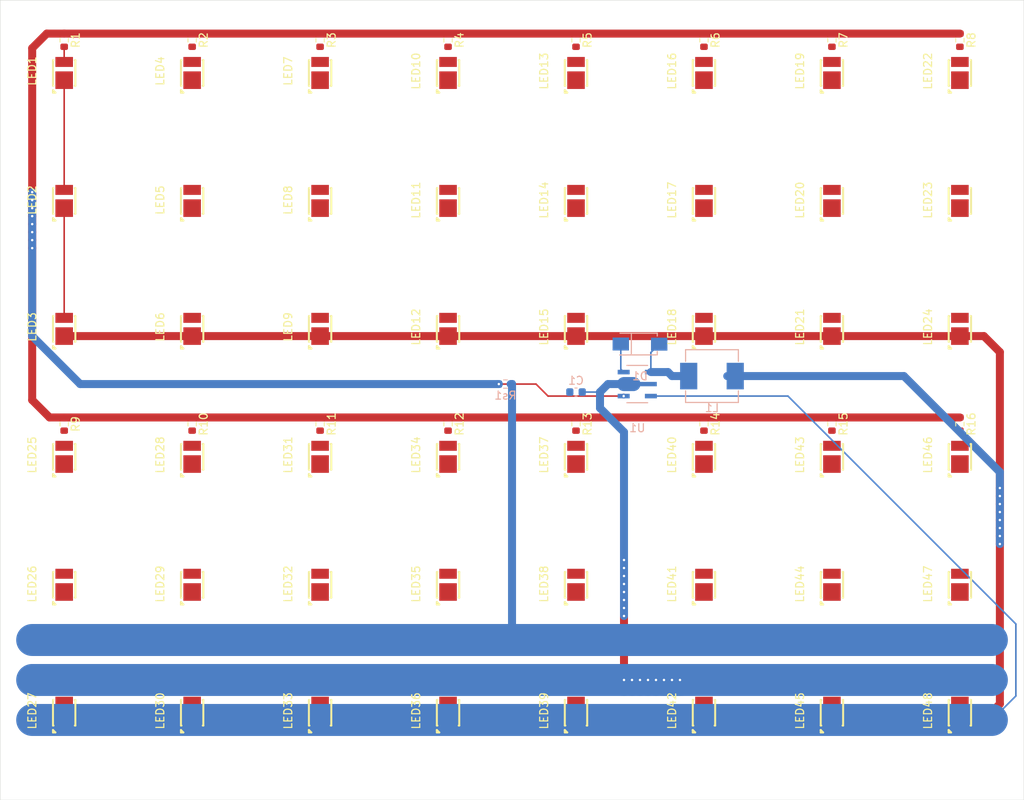
<source format=kicad_pcb>
(kicad_pcb (version 20241229) (generator "pcbnew") (generator_version "9.0")
  (layers (0 "F.Cu" signal) (2 "B.Cu" signal) (13 "F.Paste" user) (15 "B.Paste" user) (5 "F.SilkS" user "F.Silkscreen") (7 "B.SilkS" user "B.Silkscreen") (1 "F.Mask" user) (3 "B.Mask" user) (25 "Edge.Cuts" user))
  (net 0 "")
  (net 1 "12V")
  (net 2 "GND")
  (net 3 "Net-(D1-A)")
  (net 4 "/led_string1/out")
  (net 5 "Net-(LED1-A)")
  (net 6 "Net-(LED1-K)")
  (net 7 "Net-(LED2-K)")
  (net 8 "Net-(LED4-K)")
  (net 9 "Net-(LED4-A)")
  (net 10 "Net-(LED5-K)")
  (net 11 "Net-(LED7-K)")
  (net 12 "Net-(LED7-A)")
  (net 13 "Net-(LED8-K)")
  (net 14 "Net-(LED10-K)")
  (net 15 "Net-(LED10-A)")
  (net 16 "Net-(LED11-K)")
  (net 17 "Net-(LED13-A)")
  (net 18 "Net-(LED13-K)")
  (net 19 "Net-(LED14-K)")
  (net 20 "Net-(LED16-K)")
  (net 21 "Net-(LED16-A)")
  (net 22 "Net-(LED17-K)")
  (net 23 "Net-(LED19-A)")
  (net 24 "Net-(LED19-K)")
  (net 25 "Net-(LED20-K)")
  (net 26 "Net-(LED22-A)")
  (net 27 "Net-(LED22-K)")
  (net 28 "Net-(LED23-K)")
  (net 29 "Net-(LED25-A)")
  (net 30 "Net-(LED25-K)")
  (net 31 "Net-(LED26-K)")
  (net 32 "Net-(LED28-A)")
  (net 33 "Net-(LED28-K)")
  (net 34 "Net-(LED29-K)")
  (net 35 "Net-(LED31-A)")
  (net 36 "Net-(LED31-K)")
  (net 37 "Net-(LED32-K)")
  (net 38 "Net-(LED34-A)")
  (net 39 "Net-(LED34-K)")
  (net 40 "Net-(LED35-K)")
  (net 41 "Net-(LED37-K)")
  (net 42 "Net-(LED37-A)")
  (net 43 "Net-(LED38-K)")
  (net 44 "Net-(LED40-A)")
  (net 45 "Net-(LED40-K)")
  (net 46 "Net-(LED41-K)")
  (net 47 "Net-(LED43-A)")
  (net 48 "Net-(LED43-K)")
  (net 49 "Net-(LED44-K)")
  (net 50 "Net-(LED46-A)")
  (net 51 "Net-(LED46-K)")
  (net 52 "Net-(LED47-K)")
  (net 53 "/led_string1/in")
  (net 54 "/DIM")
  (footprint "Resistor_SMD:R_0603_1608Metric" (layer "F.Cu") (at 174 55 -90)
    (property "Reference" "R6" (at 0 -1.43 90) (layer "F.SilkS"))
    (property "Value" "1R")
    (pad "1" smd roundrect (at -0.825 0 270) (size 0.8 0.95) (layers "F.Cu" "F.Mask" "F.Paste") (net 53 "/led_string1/in"))
    (pad "2" smd roundrect (at 0.825 0 270) (size 0.8 0.95) (layers "F.Cu" "F.Mask" "F.Paste") (net 21 "Net-(LED16-A)"))
  )
  (footprint "Resistor_SMD:R_0603_1608Metric" (layer "F.Cu") (at 206 103 -90)
    (property "Reference" "R16" (at 0 -1.43 90) (layer "F.SilkS"))
    (property "Value" "1R")
    (pad "1" smd roundrect (at -0.825 0 270) (size 0.8 0.95) (layers "F.Cu" "F.Mask" "F.Paste") (net 53 "/led_string1/in"))
    (pad "2" smd roundrect (at 0.825 0 270) (size 0.8 0.95) (layers "F.Cu" "F.Mask" "F.Paste") (net 50 "Net-(LED46-A)"))
  )
  (footprint "easyeda2kicad:LED-SMD_L3.5-W2.8-RD_1.25T-2PWT" (layer "F.Cu") (at 110 58.86 90)
    (property "Reference" "LED4" (at 0 -4 90) (layer "F.SilkS"))
    (property "Value" "XL-2835UWC-02")
    (pad "1" smd rect (at -1.14 0 270) (size 2.2 2.2) (layers "F.Cu" "F.Mask" "F.Paste") (net 8 "Net-(LED4-K)"))
    (pad "2" smd rect (at 1.14 0 270) (size 1.25 2.2) (layers "F.Cu" "F.Mask" "F.Paste") (net 9 "Net-(LED4-A)"))
  )
  (footprint "Resistor_SMD:R_0603_1608Metric" (layer "F.Cu") (at 158 103 -90)
    (property "Reference" "R13" (at 0 -1.43 90) (layer "F.SilkS"))
    (property "Value" "1R")
    (pad "1" smd roundrect (at -0.825 0 270) (size 0.8 0.95) (layers "F.Cu" "F.Mask" "F.Paste") (net 53 "/led_string1/in"))
    (pad "2" smd roundrect (at 0.825 0 270) (size 0.8 0.95) (layers "F.Cu" "F.Mask" "F.Paste") (net 42 "Net-(LED37-A)"))
  )
  (footprint "easyeda2kicad:LED-SMD_L3.5-W2.8-RD_1.25T-2PWT" (layer "F.Cu") (at 206 106.86 90)
    (property "Reference" "LED46" (at 0 -4 90) (layer "F.SilkS"))
    (property "Value" "XL-2835UWC-02")
    (pad "1" smd rect (at -1.14 0 270) (size 2.2 2.2) (layers "F.Cu" "F.Mask" "F.Paste") (net 51 "Net-(LED46-K)"))
    (pad "2" smd rect (at 1.14 0 270) (size 1.25 2.2) (layers "F.Cu" "F.Mask" "F.Paste") (net 50 "Net-(LED46-A)"))
  )
  (footprint "easyeda2kicad:LED-SMD_L3.5-W2.8-RD_1.25T-2PWT" (layer "F.Cu") (at 174 74.86 90)
    (property "Reference" "LED17" (at -0.14 -4 90) (layer "F.SilkS"))
    (property "Value" "XL-2835UWC-02")
    (pad "1" smd rect (at -1.14 0 270) (size 2.2 2.2) (layers "F.Cu" "F.Mask" "F.Paste") (net 22 "Net-(LED17-K)"))
    (pad "2" smd rect (at 1.14 0 270) (size 1.25 2.2) (layers "F.Cu" "F.Mask" "F.Paste") (net 20 "Net-(LED16-K)"))
  )
  (footprint "easyeda2kicad:LED-SMD_L3.5-W2.8-RD_1.25T-2PWT" (layer "F.Cu") (at 110 74.86 90)
    (property "Reference" "LED5" (at -0.14 -4 90) (layer "F.SilkS"))
    (property "Value" "XL-2835UWC-02")
    (pad "1" smd rect (at -1.14 0 270) (size 2.2 2.2) (layers "F.Cu" "F.Mask" "F.Paste") (net 10 "Net-(LED5-K)"))
    (pad "2" smd rect (at 1.14 0 270) (size 1.25 2.2) (layers "F.Cu" "F.Mask" "F.Paste") (net 8 "Net-(LED4-K)"))
  )
  (footprint "Resistor_SMD:R_0603_1608Metric" (layer "F.Cu") (at 158 55 -90)
    (property "Reference" "R5" (at 0 -1.43 90) (layer "F.SilkS"))
    (property "Value" "1R")
    (pad "1" smd roundrect (at -0.825 0 270) (size 0.8 0.95) (layers "F.Cu" "F.Mask" "F.Paste") (net 53 "/led_string1/in"))
    (pad "2" smd roundrect (at 0.825 0 270) (size 0.8 0.95) (layers "F.Cu" "F.Mask" "F.Paste") (net 17 "Net-(LED13-A)"))
  )
  (footprint "easyeda2kicad:LED-SMD_L3.5-W2.8-RD_1.25T-2PWT" (layer "F.Cu") (at 206 74.86 90)
    (property "Reference" "LED23" (at -0.14 -4 90) (layer "F.SilkS"))
    (property "Value" "XL-2835UWC-02")
    (pad "1" smd rect (at -1.14 0 270) (size 2.2 2.2) (layers "F.Cu" "F.Mask" "F.Paste") (net 28 "Net-(LED23-K)"))
    (pad "2" smd rect (at 1.14 0 270) (size 1.25 2.2) (layers "F.Cu" "F.Mask" "F.Paste") (net 27 "Net-(LED22-K)"))
  )
  (footprint "easyeda2kicad:LED-SMD_L3.5-W2.8-RD_1.25T-2PWT" (layer "F.Cu") (at 190 90.86 90)
    (property "Reference" "LED21" (at 0 -4 90) (layer "F.SilkS"))
    (property "Value" "XL-2835UWC-02")
    (pad "1" smd rect (at -1.14 0 270) (size 2.2 2.2) (layers "F.Cu" "F.Mask" "F.Paste") (net 4 "/led_string1/out"))
    (pad "2" smd rect (at 1.14 0 270) (size 1.25 2.2) (layers "F.Cu" "F.Mask" "F.Paste") (net 25 "Net-(LED20-K)"))
  )
  (footprint "easyeda2kicad:LED-SMD_L3.5-W2.8-RD_1.25T-2PWT" (layer "F.Cu") (at 94 138.86 90)
    (property "Reference" "LED27" (at 0 -4 90) (layer "F.SilkS"))
    (property "Value" "XL-2835UWC-02")
    (pad "1" smd rect (at -1.14 0 270) (size 2.2 2.2) (layers "F.Cu" "F.Mask" "F.Paste") (net 4 "/led_string1/out"))
    (pad "2" smd rect (at 1.14 0 270) (size 1.25 2.2) (layers "F.Cu" "F.Mask" "F.Paste") (net 31 "Net-(LED26-K)"))
  )
  (footprint "easyeda2kicad:LED-SMD_L3.5-W2.8-RD_1.25T-2PWT" (layer "F.Cu") (at 174 106.86 90)
    (property "Reference" "LED40" (at 0 -4 90) (layer "F.SilkS"))
    (property "Value" "XL-2835UWC-02")
    (pad "1" smd rect (at -1.14 0 270) (size 2.2 2.2) (layers "F.Cu" "F.Mask" "F.Paste") (net 45 "Net-(LED40-K)"))
    (pad "2" smd rect (at 1.14 0 270) (size 1.25 2.2) (layers "F.Cu" "F.Mask" "F.Paste") (net 44 "Net-(LED40-A)"))
  )
  (footprint "easyeda2kicad:LED-SMD_L3.5-W2.8-RD_1.25T-2PWT" (layer "F.Cu") (at 158 74.86 90)
    (property "Reference" "LED14" (at -0.14 -4 90) (layer "F.SilkS"))
    (property "Value" "XL-2835UWC-02")
    (pad "1" smd rect (at -1.14 0 270) (size 2.2 2.2) (layers "F.Cu" "F.Mask" "F.Paste") (net 19 "Net-(LED14-K)"))
    (pad "2" smd rect (at 1.14 0 270) (size 1.25 2.2) (layers "F.Cu" "F.Mask" "F.Paste") (net 18 "Net-(LED13-K)"))
  )
  (footprint "easyeda2kicad:LED-SMD_L3.5-W2.8-RD_1.25T-2PWT" (layer "F.Cu") (at 206 90.86 90)
    (property "Reference" "LED24" (at 0 -4 90) (layer "F.SilkS"))
    (property "Value" "XL-2835UWC-02")
    (pad "1" smd rect (at -1.14 0 270) (size 2.2 2.2) (layers "F.Cu" "F.Mask" "F.Paste") (net 4 "/led_string1/out"))
    (pad "2" smd rect (at 1.14 0 270) (size 1.25 2.2) (layers "F.Cu" "F.Mask" "F.Paste") (net 28 "Net-(LED23-K)"))
  )
  (footprint "Resistor_SMD:R_0603_1608Metric" (layer "F.Cu") (at 94 103 -90)
    (property "Reference" "R9" (at 0 -1.43 90) (layer "F.SilkS"))
    (property "Value" "1R")
    (pad "1" smd roundrect (at -0.825 0 270) (size 0.8 0.95) (layers "F.Cu" "F.Mask" "F.Paste") (net 53 "/led_string1/in"))
    (pad "2" smd roundrect (at 0.825 0 270) (size 0.8 0.95) (layers "F.Cu" "F.Mask" "F.Paste") (net 29 "Net-(LED25-A)"))
  )
  (footprint "easyeda2kicad:LED-SMD_L3.5-W2.8-RD_1.25T-2PWT" (layer "F.Cu") (at 94 74.86 90)
    (property "Reference" "LED2" (at -0.14 -4 90) (layer "F.SilkS"))
    (property "Value" "XL-2835UWC-02")
    (pad "1" smd rect (at -1.14 0 270) (size 2.2 2.2) (layers "F.Cu" "F.Mask" "F.Paste") (net 7 "Net-(LED2-K)"))
    (pad "2" smd rect (at 1.14 0 270) (size 1.25 2.2) (layers "F.Cu" "F.Mask" "F.Paste") (net 6 "Net-(LED1-K)"))
  )
  (footprint "easyeda2kicad:LED-SMD_L3.5-W2.8-RD_1.25T-2PWT" (layer "F.Cu") (at 126 106.86 90)
    (property "Reference" "LED31" (at 0 -4 90) (layer "F.SilkS"))
    (property "Value" "XL-2835UWC-02")
    (pad "1" smd rect (at -1.14 0 270) (size 2.2 2.2) (layers "F.Cu" "F.Mask" "F.Paste") (net 36 "Net-(LED31-K)"))
    (pad "2" smd rect (at 1.14 0 270) (size 1.25 2.2) (layers "F.Cu" "F.Mask" "F.Paste") (net 35 "Net-(LED31-A)"))
  )
  (footprint "easyeda2kicad:LED-SMD_L3.5-W2.8-RD_1.25T-2PWT" (layer "F.Cu") (at 126 74.86 90)
    (property "Reference" "LED8" (at -0.14 -4 90) (layer "F.SilkS"))
    (property "Value" "XL-2835UWC-02")
    (pad "1" smd rect (at -1.14 0 270) (size 2.2 2.2) (layers "F.Cu" "F.Mask" "F.Paste") (net 13 "Net-(LED8-K)"))
    (pad "2" smd rect (at 1.14 0 270) (size 1.25 2.2) (layers "F.Cu" "F.Mask" "F.Paste") (net 11 "Net-(LED7-K)"))
  )
  (footprint "easyeda2kicad:LED-SMD_L3.5-W2.8-RD_1.25T-2PWT" (layer "F.Cu") (at 126 90.86 90)
    (property "Reference" "LED9" (at 0 -4 90) (layer "F.SilkS"))
    (property "Value" "XL-2835UWC-02")
    (pad "1" smd rect (at -1.14 0 270) (size 2.2 2.2) (layers "F.Cu" "F.Mask" "F.Paste") (net 4 "/led_string1/out"))
    (pad "2" smd rect (at 1.14 0 270) (size 1.25 2.2) (layers "F.Cu" "F.Mask" "F.Paste") (net 13 "Net-(LED8-K)"))
  )
  (footprint "easyeda2kicad:LED-SMD_L3.5-W2.8-RD_1.25T-2PWT" (layer "F.Cu") (at 206 122.86 90)
    (property "Reference" "LED47" (at -0.14 -4 90) (layer "F.SilkS"))
    (property "Value" "XL-2835UWC-02")
    (pad "1" smd rect (at -1.14 0 270) (size 2.2 2.2) (layers "F.Cu" "F.Mask" "F.Paste") (net 52 "Net-(LED47-K)"))
    (pad "2" smd rect (at 1.14 0 270) (size 1.25 2.2) (layers "F.Cu" "F.Mask" "F.Paste") (net 51 "Net-(LED46-K)"))
  )
  (footprint "Resistor_SMD:R_0603_1608Metric" (layer "F.Cu") (at 110 103 -90)
    (property "Reference" "R10" (at 0 -1.43 90) (layer "F.SilkS"))
    (property "Value" "1R")
    (pad "1" smd roundrect (at -0.825 0 270) (size 0.8 0.95) (layers "F.Cu" "F.Mask" "F.Paste") (net 53 "/led_string1/in"))
    (pad "2" smd roundrect (at 0.825 0 270) (size 0.8 0.95) (layers "F.Cu" "F.Mask" "F.Paste") (net 32 "Net-(LED28-A)"))
  )
  (footprint "easyeda2kicad:LED-SMD_L3.5-W2.8-RD_1.25T-2PWT" (layer "F.Cu") (at 126 58.86 90)
    (property "Reference" "LED7" (at 0 -4 90) (layer "F.SilkS"))
    (property "Value" "XL-2835UWC-02")
    (pad "1" smd rect (at -1.14 0 270) (size 2.2 2.2) (layers "F.Cu" "F.Mask" "F.Paste") (net 11 "Net-(LED7-K)"))
    (pad "2" smd rect (at 1.14 0 270) (size 1.25 2.2) (layers "F.Cu" "F.Mask" "F.Paste") (net 12 "Net-(LED7-A)"))
  )
  (footprint "easyeda2kicad:LED-SMD_L3.5-W2.8-RD_1.25T-2PWT" (layer "F.Cu") (at 158 106.86 90)
    (property "Reference" "LED37" (at 0 -4 90) (layer "F.SilkS"))
    (property "Value" "XL-2835UWC-02")
    (pad "1" smd rect (at -1.14 0 270) (size 2.2 2.2) (layers "F.Cu" "F.Mask" "F.Paste") (net 41 "Net-(LED37-K)"))
    (pad "2" smd rect (at 1.14 0 270) (size 1.25 2.2) (layers "F.Cu" "F.Mask" "F.Paste") (net 42 "Net-(LED37-A)"))
  )
  (footprint "easyeda2kicad:LED-SMD_L3.5-W2.8-RD_1.25T-2PWT" (layer "F.Cu") (at 110 90.86 90)
    (property "Reference" "LED6" (at 0 -4 90) (layer "F.SilkS"))
    (property "Value" "XL-2835UWC-02")
    (pad "1" smd rect (at -1.14 0 270) (size 2.2 2.2) (layers "F.Cu" "F.Mask" "F.Paste") (net 4 "/led_string1/out"))
    (pad "2" smd rect (at 1.14 0 270) (size 1.25 2.2) (layers "F.Cu" "F.Mask" "F.Paste") (net 10 "Net-(LED5-K)"))
  )
  (footprint "easyeda2kicad:LED-SMD_L3.5-W2.8-RD_1.25T-2PWT" (layer "F.Cu") (at 158 90.86 90)
    (property "Reference" "LED15" (at 0 -4 90) (layer "F.SilkS"))
    (property "Value" "XL-2835UWC-02")
    (pad "1" smd rect (at -1.14 0 270) (size 2.2 2.2) (layers "F.Cu" "F.Mask" "F.Paste") (net 4 "/led_string1/out"))
    (pad "2" smd rect (at 1.14 0 270) (size 1.25 2.2) (layers "F.Cu" "F.Mask" "F.Paste") (net 19 "Net-(LED14-K)"))
  )
  (footprint "easyeda2kicad:LED-SMD_L3.5-W2.8-RD_1.25T-2PWT" (layer "F.Cu") (at 94 106.86 90)
    (property "Reference" "LED25" (at 0 -4 90) (layer "F.SilkS"))
    (property "Value" "XL-2835UWC-02")
    (pad "1" smd rect (at -1.14 0 270) (size 2.2 2.2) (layers "F.Cu" "F.Mask" "F.Paste") (net 30 "Net-(LED25-K)"))
    (pad "2" smd rect (at 1.14 0 270) (size 1.25 2.2) (layers "F.Cu" "F.Mask" "F.Paste") (net 29 "Net-(LED25-A)"))
  )
  (footprint "Resistor_SMD:R_0603_1608Metric" (layer "F.Cu") (at 174 103 -90)
    (property "Reference" "R14" (at 0 -1.43 90) (layer "F.SilkS"))
    (property "Value" "1R")
    (pad "1" smd roundrect (at -0.825 0 270) (size 0.8 0.95) (layers "F.Cu" "F.Mask" "F.Paste") (net 53 "/led_string1/in"))
    (pad "2" smd roundrect (at 0.825 0 270) (size 0.8 0.95) (layers "F.Cu" "F.Mask" "F.Paste") (net 44 "Net-(LED40-A)"))
  )
  (footprint "easyeda2kicad:LED-SMD_L3.5-W2.8-RD_1.25T-2PWT" (layer "F.Cu") (at 110 122.86 90)
    (property "Reference" "LED29" (at -0.14 -4 90) (layer "F.SilkS"))
    (property "Value" "XL-2835UWC-02")
    (pad "1" smd rect (at -1.14 0 270) (size 2.2 2.2) (layers "F.Cu" "F.Mask" "F.Paste") (net 34 "Net-(LED29-K)"))
    (pad "2" smd rect (at 1.14 0 270) (size 1.25 2.2) (layers "F.Cu" "F.Mask" "F.Paste") (net 33 "Net-(LED28-K)"))
  )
  (footprint "easyeda2kicad:LED-SMD_L3.5-W2.8-RD_1.25T-2PWT" (layer "F.Cu") (at 126 122.86 90)
    (property "Reference" "LED32" (at -0.14 -4 90) (layer "F.SilkS"))
    (property "Value" "XL-2835UWC-02")
    (pad "1" smd rect (at -1.14 0 270) (size 2.2 2.2) (layers "F.Cu" "F.Mask" "F.Paste") (net 37 "Net-(LED32-K)"))
    (pad "2" smd rect (at 1.14 0 270) (size 1.25 2.2) (layers "F.Cu" "F.Mask" "F.Paste") (net 36 "Net-(LED31-K)"))
  )
  (footprint "easyeda2kicad:LED-SMD_L3.5-W2.8-RD_1.25T-2PWT" (layer "F.Cu") (at 190 122.86 90)
    (property "Reference" "LED44" (at -0.14 -4 90) (layer "F.SilkS"))
    (property "Value" "XL-2835UWC-02")
    (pad "1" smd rect (at -1.14 0 270) (size 2.2 2.2) (layers "F.Cu" "F.Mask" "F.Paste") (net 49 "Net-(LED44-K)"))
    (pad "2" smd rect (at 1.14 0 270) (size 1.25 2.2) (layers "F.Cu" "F.Mask" "F.Paste") (net 48 "Net-(LED43-K)"))
  )
  (footprint "Resistor_SMD:R_0603_1608Metric" (layer "F.Cu") (at 142 103 -90)
    (property "Reference" "R12" (at 0 -1.43 90) (layer "F.SilkS"))
    (property "Value" "1R")
    (pad "1" smd roundrect (at -0.825 0 270) (size 0.8 0.95) (layers "F.Cu" "F.Mask" "F.Paste") (net 53 "/led_string1/in"))
    (pad "2" smd roundrect (at 0.825 0 270) (size 0.8 0.95) (layers "F.Cu" "F.Mask" "F.Paste") (net 38 "Net-(LED34-A)"))
  )
  (footprint "easyeda2kicad:LED-SMD_L3.5-W2.8-RD_1.25T-2PWT" (layer "F.Cu") (at 174 90.86 90)
    (property "Reference" "LED18" (at 0 -4 90) (layer "F.SilkS"))
    (property "Value" "XL-2835UWC-02")
    (pad "1" smd rect (at -1.14 0 270) (size 2.2 2.2) (layers "F.Cu" "F.Mask" "F.Paste") (net 4 "/led_string1/out"))
    (pad "2" smd rect (at 1.14 0 270) (size 1.25 2.2) (layers "F.Cu" "F.Mask" "F.Paste") (net 22 "Net-(LED17-K)"))
  )
  (footprint "easyeda2kicad:LED-SMD_L3.5-W2.8-RD_1.25T-2PWT" (layer "F.Cu") (at 142 138.86 90)
    (property "Reference" "LED36" (at 0 -4 90) (layer "F.SilkS"))
    (property "Value" "XL-2835UWC-02")
    (pad "1" smd rect (at -1.14 0 270) (size 2.2 2.2) (layers "F.Cu" "F.Mask" "F.Paste") (net 4 "/led_string1/out"))
    (pad "2" smd rect (at 1.14 0 270) (size 1.25 2.2) (layers "F.Cu" "F.Mask" "F.Paste") (net 40 "Net-(LED35-K)"))
  )
  (footprint "Resistor_SMD:R_0603_1608Metric" (layer "F.Cu") (at 126 103 -90)
    (property "Reference" "R11" (at 0 -1.43 90) (layer "F.SilkS"))
    (property "Value" "1R")
    (pad "1" smd roundrect (at -0.825 0 270) (size 0.8 0.95) (layers "F.Cu" "F.Mask" "F.Paste") (net 53 "/led_string1/in"))
    (pad "2" smd roundrect (at 0.825 0 270) (size 0.8 0.95) (layers "F.Cu" "F.Mask" "F.Paste") (net 35 "Net-(LED31-A)"))
  )
  (footprint "Resistor_SMD:R_0603_1608Metric" (layer "F.Cu") (at 206 55 -90)
    (property "Reference" "R8" (at 0 -1.43 90) (layer "F.SilkS"))
    (property "Value" "1R")
    (pad "1" smd roundrect (at -0.825 0 270) (size 0.8 0.95) (layers "F.Cu" "F.Mask" "F.Paste") (net 53 "/led_string1/in"))
    (pad "2" smd roundrect (at 0.825 0 270) (size 0.8 0.95) (layers "F.Cu" "F.Mask" "F.Paste") (net 26 "Net-(LED22-A)"))
  )
  (footprint "easyeda2kicad:LED-SMD_L3.5-W2.8-RD_1.25T-2PWT" (layer "F.Cu") (at 174 58.86 90)
    (property "Reference" "LED16" (at 0 -4 90) (layer "F.SilkS"))
    (property "Value" "XL-2835UWC-02")
    (pad "1" smd rect (at -1.14 0 270) (size 2.2 2.2) (layers "F.Cu" "F.Mask" "F.Paste") (net 20 "Net-(LED16-K)"))
    (pad "2" smd rect (at 1.14 0 270) (size 1.25 2.2) (layers "F.Cu" "F.Mask" "F.Paste") (net 21 "Net-(LED16-A)"))
  )
  (footprint "easyeda2kicad:LED-SMD_L3.5-W2.8-RD_1.25T-2PWT" (layer "F.Cu") (at 174 122.86 90)
    (property "Reference" "LED41" (at -0.14 -4 90) (layer "F.SilkS"))
    (property "Value" "XL-2835UWC-02")
    (pad "1" smd rect (at -1.14 0 270) (size 2.2 2.2) (layers "F.Cu" "F.Mask" "F.Paste") (net 46 "Net-(LED41-K)"))
    (pad "2" smd rect (at 1.14 0 270) (size 1.25 2.2) (layers "F.Cu" "F.Mask" "F.Paste") (net 45 "Net-(LED40-K)"))
  )
  (footprint "easyeda2kicad:LED-SMD_L3.5-W2.8-RD_1.25T-2PWT" (layer "F.Cu") (at 126 138.86 90)
    (property "Reference" "LED33" (at 0 -4 90) (layer "F.SilkS"))
    (property "Value" "XL-2835UWC-02")
    (pad "1" smd rect (at -1.14 0 270) (size 2.2 2.2) (layers "F.Cu" "F.Mask" "F.Paste") (net 4 "/led_string1/out"))
    (pad "2" smd rect (at 1.14 0 270) (size 1.25 2.2) (layers "F.Cu" "F.Mask" "F.Paste") (net 37 "Net-(LED32-K)"))
  )
  (footprint "Resistor_SMD:R_0603_1608Metric" (layer "F.Cu") (at 142 55 -90)
    (property "Reference" "R4" (at 0 -1.43 90) (layer "F.SilkS"))
    (property "Value" "1R")
    (pad "1" smd roundrect (at -0.825 0 270) (size 0.8 0.95) (layers "F.Cu" "F.Mask" "F.Paste") (net 53 "/led_string1/in"))
    (pad "2" smd roundrect (at 0.825 0 270) (size 0.8 0.95) (layers "F.Cu" "F.Mask" "F.Paste") (net 15 "Net-(LED10-A)"))
  )
  (footprint "easyeda2kicad:LED-SMD_L3.5-W2.8-RD_1.25T-2PWT" (layer "F.Cu") (at 158 138.86 90)
    (property "Reference" "LED39" (at 0 -4 90) (layer "F.SilkS"))
    (property "Value" "XL-2835UWC-02")
    (pad "1" smd rect (at -1.14 0 270) (size 2.2 2.2) (layers "F.Cu" "F.Mask" "F.Paste") (net 4 "/led_string1/out"))
    (pad "2" smd rect (at 1.14 0 270) (size 1.25 2.2) (layers "F.Cu" "F.Mask" "F.Paste") (net 43 "Net-(LED38-K)"))
  )
  (footprint "easyeda2kicad:LED-SMD_L3.5-W2.8-RD_1.25T-2PWT" (layer "F.Cu") (at 158 122.86 90)
    (property "Reference" "LED38" (at -0.14 -4 90) (layer "F.SilkS"))
    (property "Value" "XL-2835UWC-02")
    (pad "1" smd rect (at -1.14 0 270) (size 2.2 2.2) (layers "F.Cu" "F.Mask" "F.Paste") (net 43 "Net-(LED38-K)"))
    (pad "2" smd rect (at 1.14 0 270) (size 1.25 2.2) (layers "F.Cu" "F.Mask" "F.Paste") (net 41 "Net-(LED37-K)"))
  )
  (footprint "easyeda2kicad:LED-SMD_L3.5-W2.8-RD_1.25T-2PWT" (layer "F.Cu") (at 206 138.86 90)
    (property "Reference" "LED48" (at 0 -4 90) (layer "F.SilkS"))
    (property "Value" "XL-2835UWC-02")
    (pad "1" smd rect (at -1.14 0 270) (size 2.2 2.2) (layers "F.Cu" "F.Mask" "F.Paste") (net 4 "/led_string1/out"))
    (pad "2" smd rect (at 1.14 0 270) (size 1.25 2.2) (layers "F.Cu" "F.Mask" "F.Paste") (net 52 "Net-(LED47-K)"))
  )
  (footprint "Resistor_SMD:R_0603_1608Metric" (layer "F.Cu") (at 190 103 -90)
    (property "Reference" "R15" (at 0 -1.43 90) (layer "F.SilkS"))
    (property "Value" "1R")
    (pad "1" smd roundrect (at -0.825 0 270) (size 0.8 0.95) (layers "F.Cu" "F.Mask" "F.Paste") (net 53 "/led_string1/in"))
    (pad "2" smd roundrect (at 0.825 0 270) (size 0.8 0.95) (layers "F.Cu" "F.Mask" "F.Paste") (net 47 "Net-(LED43-A)"))
  )
  (footprint "easyeda2kicad:LED-SMD_L3.5-W2.8-RD_1.25T-2PWT" (layer "F.Cu") (at 110 106.86 90)
    (property "Reference" "LED28" (at 0 -4 90) (layer "F.SilkS"))
    (property "Value" "XL-2835UWC-02")
    (pad "1" smd rect (at -1.14 0 270) (size 2.2 2.2) (layers "F.Cu" "F.Mask" "F.Paste") (net 33 "Net-(LED28-K)"))
    (pad "2" smd rect (at 1.14 0 270) (size 1.25 2.2) (layers "F.Cu" "F.Mask" "F.Paste") (net 32 "Net-(LED28-A)"))
  )
  (footprint "easyeda2kicad:LED-SMD_L3.5-W2.8-RD_1.25T-2PWT" (layer "F.Cu") (at 94 58.86 90)
    (property "Reference" "LED1" (at 0 -4 90) (layer "F.SilkS"))
    (property "Value" "XL-2835UWC-02")
    (pad "1" smd rect (at -1.14 0 270) (size 2.2 2.2) (layers "F.Cu" "F.Mask" "F.Paste") (net 6 "Net-(LED1-K)"))
    (pad "2" smd rect (at 1.14 0 270) (size 1.25 2.2) (layers "F.Cu" "F.Mask" "F.Paste") (net 5 "Net-(LED1-A)"))
  )
  (footprint "easyeda2kicad:LED-SMD_L3.5-W2.8-RD_1.25T-2PWT" (layer "F.Cu") (at 142 122.86 90)
    (property "Reference" "LED35" (at -0.14 -4 90) (layer "F.SilkS"))
    (property "Value" "XL-2835UWC-02")
    (pad "1" smd rect (at -1.14 0 270) (size 2.2 2.2) (layers "F.Cu" "F.Mask" "F.Paste") (net 40 "Net-(LED35-K)"))
    (pad "2" smd rect (at 1.14 0 270) (size 1.25 2.2) (layers "F.Cu" "F.Mask" "F.Paste") (net 39 "Net-(LED34-K)"))
  )
  (footprint "easyeda2kicad:LED-SMD_L3.5-W2.8-RD_1.25T-2PWT" (layer "F.Cu") (at 142 58.86 90)
    (property "Reference" "LED10" (at 0 -4 90) (layer "F.SilkS"))
    (property "Value" "XL-2835UWC-02")
    (pad "1" smd rect (at -1.14 0 270) (size 2.2 2.2) (layers "F.Cu" "F.Mask" "F.Paste") (net 14 "Net-(LED10-K)"))
    (pad "2" smd rect (at 1.14 0 270) (size 1.25 2.2) (layers "F.Cu" "F.Mask" "F.Paste") (net 15 "Net-(LED10-A)"))
  )
  (footprint "easyeda2kicad:LED-SMD_L3.5-W2.8-RD_1.25T-2PWT" (layer "F.Cu") (at 110 138.86 90)
    (property "Reference" "LED30" (at 0 -4 90) (layer "F.SilkS"))
    (property "Value" "XL-2835UWC-02")
    (pad "1" smd rect (at -1.14 0 270) (size 2.2 2.2) (layers "F.Cu" "F.Mask" "F.Paste") (net 4 "/led_string1/out"))
    (pad "2" smd rect (at 1.14 0 270) (size 1.25 2.2) (layers "F.Cu" "F.Mask" "F.Paste") (net 34 "Net-(LED29-K)"))
  )
  (footprint "easyeda2kicad:LED-SMD_L3.5-W2.8-RD_1.25T-2PWT" (layer "F.Cu") (at 174 138.86 90)
    (property "Reference" "LED42" (at 0 -4 90) (layer "F.SilkS"))
    (property "Value" "XL-2835UWC-02")
    (pad "1" smd rect (at -1.14 0 270) (size 2.2 2.2) (layers "F.Cu" "F.Mask" "F.Paste") (net 4 "/led_string1/out"))
    (pad "2" smd rect (at 1.14 0 270) (size 1.25 2.2) (layers "F.Cu" "F.Mask" "F.Paste") (net 46 "Net-(LED41-K)"))
  )
  (footprint "easyeda2kicad:LED-SMD_L3.5-W2.8-RD_1.25T-2PWT" (layer "F.Cu") (at 94 122.86 90)
    (property "Reference" "LED26" (at -0.14 -4 90) (layer "F.SilkS"))
    (property "Value" "XL-2835UWC-02")
    (pad "1" smd rect (at -1.14 0 270) (size 2.2 2.2) (layers "F.Cu" "F.Mask" "F.Paste") (net 31 "Net-(LED26-K)"))
    (pad "2" smd rect (at 1.14 0 270) (size 1.25 2.2) (layers "F.Cu" "F.Mask" "F.Paste") (net 30 "Net-(LED25-K)"))
  )
  (footprint "Resistor_SMD:R_0603_1608Metric" (layer "F.Cu") (at 126 55 -90)
    (property "Reference" "R3" (at 0 -1.43 90) (layer "F.SilkS"))
    (property "Value" "1R")
    (pad "1" smd roundrect (at -0.825 0 270) (size 0.8 0.95) (layers "F.Cu" "F.Mask" "F.Paste") (net 53 "/led_string1/in"))
    (pad "2" smd roundrect (at 0.825 0 270) (size 0.8 0.95) (layers "F.Cu" "F.Mask" "F.Paste") (net 12 "Net-(LED7-A)"))
  )
  (footprint "easyeda2kicad:LED-SMD_L3.5-W2.8-RD_1.25T-2PWT" (layer "F.Cu") (at 190 106.86 90)
    (property "Reference" "LED43" (at 0 -4 90) (layer "F.SilkS"))
    (property "Value" "XL-2835UWC-02")
    (pad "1" smd rect (at -1.14 0 270) (size 2.2 2.2) (layers "F.Cu" "F.Mask" "F.Paste") (net 48 "Net-(LED43-K)"))
    (pad "2" smd rect (at 1.14 0 270) (size 1.25 2.2) (layers "F.Cu" "F.Mask" "F.Paste") (net 47 "Net-(LED43-A)"))
  )
  (footprint "easyeda2kicad:LED-SMD_L3.5-W2.8-RD_1.25T-2PWT" (layer "F.Cu") (at 142 74.86 90)
    (property "Reference" "LED11" (at -0.14 -4 90) (layer "F.SilkS"))
    (property "Value" "XL-2835UWC-02")
    (pad "1" smd rect (at -1.14 0 270) (size 2.2 2.2) (layers "F.Cu" "F.Mask" "F.Paste") (net 16 "Net-(LED11-K)"))
    (pad "2" smd rect (at 1.14 0 270) (size 1.25 2.2) (layers "F.Cu" "F.Mask" "F.Paste") (net 14 "Net-(LED10-K)"))
  )
  (footprint "easyeda2kicad:LED-SMD_L3.5-W2.8-RD_1.25T-2PWT" (layer "F.Cu") (at 158 58.86 90)
    (property "Reference" "LED13" (at 0 -4 90) (layer "F.SilkS"))
    (property "Value" "XL-2835UWC-02")
    (pad "1" smd rect (at -1.14 0 270) (size 2.2 2.2) (layers "F.Cu" "F.Mask" "F.Paste") (net 18 "Net-(LED13-K)"))
    (pad "2" smd rect (at 1.14 0 270) (size 1.25 2.2) (layers "F.Cu" "F.Mask" "F.Paste") (net 17 "Net-(LED13-A)"))
  )
  (footprint "easyeda2kicad:LED-SMD_L3.5-W2.8-RD_1.25T-2PWT" (layer "F.Cu") (at 190 138.86 90)
    (property "Reference" "LED45" (at 0 -4 90) (layer "F.SilkS"))
    (property "Value" "XL-2835UWC-02")
    (pad "1" smd rect (at -1.14 0 270) (size 2.2 2.2) (layers "F.Cu" "F.Mask" "F.Paste") (net 4 "/led_string1/out"))
    (pad "2" smd rect (at 1.14 0 270) (size 1.25 2.2) (layers "F.Cu" "F.Mask" "F.Paste") (net 49 "Net-(LED44-K)"))
  )
  (footprint "easyeda2kicad:LED-SMD_L3.5-W2.8-RD_1.25T-2PWT" (layer "F.Cu") (at 142 106.86 90)
    (property "Reference" "LED34" (at 0 -4 90) (layer "F.SilkS"))
    (property "Value" "XL-2835UWC-02")
    (pad "1" smd rect (at -1.14 0 270) (size 2.2 2.2) (layers "F.Cu" "F.Mask" "F.Paste") (net 39 "Net-(LED34-K)"))
    (pad "2" smd rect (at 1.14 0 270) (size 1.25 2.2) (layers "F.Cu" "F.Mask" "F.Paste") (net 38 "Net-(LED34-A)"))
  )
  (footprint "easyeda2kicad:LED-SMD_L3.5-W2.8-RD_1.25T-2PWT" (layer "F.Cu") (at 190 74.86 90)
    (property "Reference" "LED20" (at -0.14 -4 90) (layer "F.SilkS"))
    (property "Value" "XL-2835UWC-02")
    (pad "1" smd rect (at -1.14 0 270) (size 2.2 2.2) (layers "F.Cu" "F.Mask" "F.Paste") (net 25 "Net-(LED20-K)"))
    (pad "2" smd rect (at 1.14 0 270) (size 1.25 2.2) (layers "F.Cu" "F.Mask" "F.Paste") (net 24 "Net-(LED19-K)"))
  )
  (footprint "easyeda2kicad:LED-SMD_L3.5-W2.8-RD_1.25T-2PWT" (layer "F.Cu") (at 142 90.86 90)
    (property "Reference" "LED12" (at 0 -4 90) (layer "F.SilkS"))
    (property "Value" "XL-2835UWC-02")
    (pad "1" smd rect (at -1.14 0 270) (size 2.2 2.2) (layers "F.Cu" "F.Mask" "F.Paste") (net 4 "/led_string1/out"))
    (pad "2" smd rect (at 1.14 0 270) (size 1.25 2.2) (layers "F.Cu" "F.Mask" "F.Paste") (net 16 "Net-(LED11-K)"))
  )
  (footprint "Resistor_SMD:R_0603_1608Metric" (layer "F.Cu") (at 94 55 -90)
    (property "Reference" "R1" (at 0 -1.43 90) (layer "F.SilkS"))
    (property "Value" "1R")
    (pad "1" smd roundrect (at -0.825 0 270) (size 0.8 0.95) (layers "F.Cu" "F.Mask" "F.Paste") (net 53 "/led_string1/in"))
    (pad "2" smd roundrect (at 0.825 0 270) (size 0.8 0.95) (layers "F.Cu" "F.Mask" "F.Paste") (net 5 "Net-(LED1-A)"))
  )
  (footprint "Resistor_SMD:R_0603_1608Metric" (layer "F.Cu") (at 190 55 -90)
    (property "Reference" "R7" (at 0 -1.43 90) (layer "F.SilkS"))
    (property "Value" "1R")
    (pad "1" smd roundrect (at -0.825 0 270) (size 0.8 0.95) (layers "F.Cu" "F.Mask" "F.Paste") (net 53 "/led_string1/in"))
    (pad "2" smd roundrect (at 0.825 0 270) (size 0.8 0.95) (layers "F.Cu" "F.Mask" "F.Paste") (net 23 "Net-(LED19-A)"))
  )
  (footprint "easyeda2kicad:LED-SMD_L3.5-W2.8-RD_1.25T-2PWT" (layer "F.Cu") (at 94 90.86 90)
    (property "Reference" "LED3" (at 0 -4 90) (layer "F.SilkS"))
    (property "Value" "XL-2835UWC-02")
    (pad "1" smd rect (at -1.14 0 270) (size 2.2 2.2) (layers "F.Cu" "F.Mask" "F.Paste") (net 4 "/led_string1/out"))
    (pad "2" smd rect (at 1.14 0 270) (size 1.25 2.2) (layers "F.Cu" "F.Mask" "F.Paste") (net 7 "Net-(LED2-K)"))
  )
  (footprint "easyeda2kicad:LED-SMD_L3.5-W2.8-RD_1.25T-2PWT" (layer "F.Cu") (at 190 58.86 90)
    (property "Reference" "LED19" (at 0 -4 90) (layer "F.SilkS"))
    (property "Value" "XL-2835UWC-02")
    (pad "1" smd rect (at -1.14 0 270) (size 2.2 2.2) (layers "F.Cu" "F.Mask" "F.Paste") (net 24 "Net-(LED19-K)"))
    (pad "2" smd rect (at 1.14 0 270) (size 1.25 2.2) (layers "F.Cu" "F.Mask" "F.Paste") (net 23 "Net-(LED19-A)"))
  )
  (footprint "easyeda2kicad:LED-SMD_L3.5-W2.8-RD_1.25T-2PWT" (layer "F.Cu") (at 206 58.86 90)
    (property "Reference" "LED22" (at 0 -4 90) (layer "F.SilkS"))
    (property "Value" "XL-2835UWC-02")
    (pad "1" smd rect (at -1.14 0 270) (size 2.2 2.2) (layers "F.Cu" "F.Mask" "F.Paste") (net 27 "Net-(LED22-K)"))
    (pad "2" smd rect (at 1.14 0 270) (size 1.25 2.2) (layers "F.Cu" "F.Mask" "F.Paste") (net 26 "Net-(LED22-A)"))
  )
  (footprint "Resistor_SMD:R_0603_1608Metric" (layer "F.Cu") (at 110 55 -90)
    (property "Reference" "R2" (at 0 -1.43 90) (layer "F.SilkS"))
    (property "Value" "1R")
    (pad "1" smd roundrect (at -0.825 0 270) (size 0.8 0.95) (layers "F.Cu" "F.Mask" "F.Paste") (net 53 "/led_string1/in"))
    (pad "2" smd roundrect (at 0.825 0 270) (size 0.8 0.95) (layers "F.Cu" "F.Mask" "F.Paste") (net 9 "Net-(LED4-A)"))
  )
  (footprint "Resistor_SMD:R_0603_1608Metric" (layer "B.Cu") (at 149.175 98)
    (property "Reference" "Rs1" (at 0 1.43 0) (layer "B.SilkS") (effects (justify mirror)))
    (property "Value" "0R1")
    (pad "1" smd roundrect (at -0.825 0) (size 0.8 0.95) (layers "B.Cu" "B.Mask" "B.Paste") (net 53 "/led_string1/in"))
    (pad "2" smd roundrect (at 0.825 0) (size 0.8 0.95) (layers "B.Cu" "B.Mask" "B.Paste") (net 1 "12V"))
  )
  (footprint "Capacitor_SMD:C_0603_1608Metric" (layer "B.Cu") (at 158 99 180)
    (property "Reference" "C1" (at 0 1.43 0) (layer "B.SilkS") (effects (justify mirror)))
    (property "Value" "100uF")
    (pad "1" smd roundrect (at -0.775 0 180) (size 0.9 0.95) (layers "B.Cu" "B.Mask" "B.Paste") (net 2 "GND"))
    (pad "2" smd roundrect (at 0.775 0 180) (size 0.9 0.95) (layers "B.Cu" "B.Mask" "B.Paste") (net 1 "12V"))
  )
  (footprint "easyeda2kicad:SOT-89-5_L4.5-W2.5-P1.50-LS4.5-BR" (layer "B.Cu") (at 165.66 98)
    (property "Reference" "U1" (at 0 5.5 0) (layer "B.SilkS") (effects (justify mirror)))
    (property "Value" "PT4115")
    (pad "1" smd rect (at 1.7 -1.5) (size 1.5 0.57) (layers "B.Cu" "B.Mask" "B.Paste") (net 3 "Net-(D1-A)"))
    (pad "2" smd oval (at -1.07 0) (size 2.94 1.76) (layers "B.Cu" "B.Mask" "B.Paste") (net 2 "GND"))
    (pad "2" smd rect (at 1.34 0) (size 2.21 0.55) (layers "B.Cu" "B.Mask" "B.Paste") (net 2 "GND"))
    (pad "3" smd rect (at 1.7 1.5) (size 1.5 0.57) (layers "B.Cu" "B.Mask" "B.Paste") (net 54 "/DIM"))
    (pad "4" smd rect (at -1.7 1.5) (size 1.5 0.57) (layers "B.Cu" "B.Mask" "B.Paste") (net 53 "/led_string1/in"))
    (pad "5" smd rect (at -1.7 -1.5) (size 1.5 0.57) (layers "B.Cu" "B.Mask" "B.Paste") (net 1 "12V"))
  )
  (footprint "easyeda2kicad:IND-SMD_L7.1-W6.6" (layer "B.Cu") (at 175 97)
    (property "Reference" "L1" (at 0 4 0) (layer "B.SilkS") (effects (justify mirror)))
    (property "Value" "33uH")
    (pad "1" smd rect (at -2.91 0) (size 2.15 3.32) (layers "B.Cu" "B.Mask" "B.Paste") (net 3 "Net-(D1-A)"))
    (pad "2" smd rect (at 2.91 0) (size 2.15 3.32) (layers "B.Cu" "B.Mask" "B.Paste") (net 4 "/led_string1/out"))
  )
  (footprint "easyeda2kicad:SMA_L4.3-W2.6-LS5.0-RD" (layer "B.Cu") (at 166 93)
    (property "Reference" "D1" (at 0 4.01 0) (layer "B.SilkS") (effects (justify mirror)))
    (property "Value" "D_Schottky")
    (pad "1" smd rect (at -2.4 -0.01) (size 2.05 1.62) (layers "B.Cu" "B.Mask" "B.Paste") (net 1 "12V"))
    (pad "2" smd rect (at 2.4 0.01 180) (size 2.05 1.62) (layers "B.Cu" "B.Mask" "B.Paste") (net 3 "Net-(D1-A)"))
  )
  (gr_rect (start 86 50) (end 214 150) (stroke (width 0.05)) (fill no) (layer "Edge.Cuts"))
  (segment (start 150 98) (end 149.825 98) (width 1) (layer "B.Cu") (net 1))
  (segment (start 150 130) (end 210 130) (width 4) (layer "B.Cu") (net 1))
  (segment (start 150 130) (end 150 98) (width 1) (layer "B.Cu") (net 1))
  (segment (start 90 130) (end 150 130) (width 4) (layer "B.Cu") (net 1))
  (segment (start 163.6 96.14) (end 163.96 96.5) (width 0.2) (layer "B.Cu") (net 1))
  (segment (start 163.6 92.99) (end 163.6 96.14) (width 0.2) (layer "B.Cu") (net 1))
  (segment (start 164 126) (end 164 125) (width 1) (layer "F.Cu") (net 2))
  (segment (start 164 127) (end 164 126) (width 1) (layer "F.Cu") (net 2))
  (segment (start 171 135) (end 164 135) (width 1) (layer "F.Cu") (net 2))
  (segment (start 164 123) (end 164 122) (width 1) (layer "F.Cu") (net 2))
  (segment (start 164 135) (end 164 127) (width 1) (layer "F.Cu") (net 2))
  (segment (start 164 124) (end 164 123) (width 1) (layer "F.Cu") (net 2))
  (segment (start 164 122) (end 164 121) (width 1) (layer "F.Cu") (net 2))
  (segment (start 164 121) (end 164 120) (width 1) (layer "F.Cu") (net 2))
  (segment (start 164 125) (end 164 124) (width 1) (layer "F.Cu") (net 2))
  (via (at 164 126) (size 0.6) (drill 0.3) (layers "F.Cu" "B.Cu") (net 2))
  (via (at 165 135) (size 0.6) (drill 0.3) (layers "F.Cu" "B.Cu") (net 2))
  (via (at 164 125) (size 0.6) (drill 0.3) (layers "F.Cu" "B.Cu") (net 2))
  (via (at 166 135) (size 0.6) (drill 0.3) (layers "F.Cu" "B.Cu") (net 2))
  (via (at 171 135) (size 0.6) (drill 0.3) (layers "F.Cu" "B.Cu") (net 2))
  (via (at 164 127) (size 0.6) (drill 0.3) (layers "F.Cu" "B.Cu") (net 2))
  (via (at 168 135) (size 0.6) (drill 0.3) (layers "F.Cu" "B.Cu") (net 2))
  (via (at 164 122) (size 0.6) (drill 0.3) (layers "F.Cu" "B.Cu") (net 2))
  (via (at 164 124) (size 0.6) (drill 0.3) (layers "F.Cu" "B.Cu") (net 2))
  (via (at 170 135) (size 0.6) (drill 0.3) (layers "F.Cu" "B.Cu") (net 2))
  (via (at 169 135) (size 0.6) (drill 0.3) (layers "F.Cu" "B.Cu") (net 2))
  (via (at 164 135) (size 0.6) (drill 0.3) (layers "F.Cu" "B.Cu") (net 2))
  (via (at 167 135) (size 0.6) (drill 0.3) (layers "F.Cu" "B.Cu") (net 2))
  (via (at 164 120) (size 0.6) (drill 0.3) (layers "F.Cu" "B.Cu") (net 2))
  (via (at 164 123) (size 0.6) (drill 0.3) (layers "F.Cu" "B.Cu") (net 2))
  (via (at 164 121) (size 0.6) (drill 0.3) (layers "F.Cu" "B.Cu") (net 2))
  (segment (start 158.775 99) (end 161 99) (width 0.2) (layer "B.Cu") (net 2))
  (segment (start 90 135) (end 164 135) (width 4) (layer "B.Cu") (net 2))
  (segment (start 171 135) (end 210 135) (width 4) (layer "B.Cu") (net 2))
  (segment (start 161 99) (end 162 98) (width 1) (layer "B.Cu") (net 2))
  (segment (start 164 104) (end 161 101) (width 1) (layer "B.Cu") (net 2))
  (segment (start 164 135) (end 165 135) (width 4) (layer "B.Cu") (net 2))
  (segment (start 165 135) (end 166 135) (width 4) (layer "B.Cu") (net 2))
  (segment (start 166 135) (end 167 135) (width 4) (layer "B.Cu") (net 2))
  (segment (start 161 101) (end 161 99) (width 1) (layer "B.Cu") (net 2))
  (segment (start 162 98) (end 164.59 98) (width 1) (layer "B.Cu") (net 2))
  (segment (start 164 127) (end 164 104) (width 1) (layer "B.Cu") (net 2))
  (segment (start 169 135) (end 170 135) (width 4) (layer "B.Cu") (net 2))
  (segment (start 167 135) (end 168 135) (width 4) (layer "B.Cu") (net 2))
  (segment (start 170 135) (end 171 135) (width 4) (layer "B.Cu") (net 2))
  (segment (start 168 135) (end 169 135) (width 4) (layer "B.Cu") (net 2))
  (segment (start 167.36 94.05) (end 168.4 93.01) (width 0.2) (layer "B.Cu") (net 3))
  (segment (start 169.5 96.5) (end 167.36 96.5) (width 1) (layer "B.Cu") (net 3))
  (segment (start 167.36 96.5) (end 167.36 94.05) (width 0.2) (layer "B.Cu") (net 3))
  (segment (start 169.5 96.5) (end 170 97) (width 1) (layer "B.Cu") (net 3))
  (segment (start 170 97) (end 172.09 97) (width 1) (layer "B.Cu") (net 3))
  (segment (start 211 113) (end 211 114) (width 1) (layer "F.Cu") (net 4))
  (segment (start 211 114) (end 211 115) (width 1) (layer "F.Cu") (net 4))
  (segment (start 206 140) (end 94 140) (width 1) (layer "F.Cu") (net 4))
  (segment (start 211 112) (end 211 113) (width 1) (layer "F.Cu") (net 4))
  (segment (start 209 92) (end 211 94) (width 1) (layer "F.Cu") (net 4))
  (segment (start 206 92) (end 209 92) (width 1) (layer "F.Cu") (net 4))
  (segment (start 94 92) (end 206 92) (width 1) (layer "F.Cu") (net 4))
  (segment (start 211 111) (end 211 112) (width 1) (layer "F.Cu") (net 4))
  (segment (start 211 115) (end 211 116) (width 1) (layer "F.Cu") (net 4))
  (segment (start 211 117) (end 211 118) (width 1) (layer "F.Cu") (net 4))
  (segment (start 211 118) (end 211 138) (width 1) (layer "F.Cu") (net 4))
  (segment (start 211 94) (end 211 111) (width 1) (layer "F.Cu") (net 4))
  (segment (start 209 140) (end 206 140) (width 1) (layer "F.Cu") (net 4))
  (segment (start 211 116) (end 211 117) (width 1) (layer "F.Cu") (net 4))
  (segment (start 211 138) (end 209 140) (width 1) (layer "F.Cu") (net 4))
  (via (at 211 112) (size 0.6) (drill 0.3) (layers "F.Cu" "B.Cu") (net 4))
  (via (at 211 113) (size 0.6) (drill 0.3) (layers "F.Cu" "B.Cu") (net 4))
  (via (at 211 114) (size 0.6) (drill 0.3) (layers "F.Cu" "B.Cu") (net 4))
  (via (at 211 117) (size 0.6) (drill 0.3) (layers "F.Cu" "B.Cu") (net 4))
  (via (at 211 116) (size 0.6) (drill 0.3) (layers "F.Cu" "B.Cu") (net 4))
  (via (at 211 118) (size 0.6) (drill 0.3) (layers "F.Cu" "B.Cu") (net 4))
  (via (at 211 111) (size 0.6) (drill 0.3) (layers "F.Cu" "B.Cu") (net 4))
  (via (at 211 115) (size 0.6) (drill 0.3) (layers "F.Cu" "B.Cu") (net 4))
  (segment (start 211 118) (end 211 109) (width 1) (layer "B.Cu") (net 4))
  (segment (start 211 109) (end 199 97) (width 1) (layer "B.Cu") (net 4))
  (segment (start 199 97) (end 176.91 97) (width 1) (layer "B.Cu") (net 4))
  (segment (start 94 55.825) (end 94 57.72) (width 0.2) (layer "F.Cu") (net 5))
  (segment (start 94 60) (end 94 73.72) (width 0.2) (layer "F.Cu") (net 6))
  (segment (start 94 76) (end 94 89.72) (width 0.2) (layer "F.Cu") (net 7))
  (segment (start 90 81) (end 90 100) (width 1) (layer "F.Cu") (net 53))
  (segment (start 94 102.175) (end 206 102.175) (width 1) (layer "F.Cu") (net 53))
  (segment (start 90 75) (end 90 76) (width 1) (layer "F.Cu") (net 53))
  (segment (start 90 74) (end 90 75) (width 1) (layer "F.Cu") (net 53))
  (segment (start 90 56) (end 90 74) (width 1) (layer "F.Cu") (net 53))
  (segment (start 90 79) (end 90 80) (width 1) (layer "F.Cu") (net 53))
  (segment (start 163.96 99.5) (end 154.5 99.5) (width 0.2) (layer "F.Cu") (net 53))
  (segment (start 90 80) (end 90 81) (width 1) (layer "F.Cu") (net 53))
  (segment (start 94 54.175) (end 91.825 54.175) (width 1) (layer "F.Cu") (net 53))
  (segment (start 90 100) (end 92.175 102.175) (width 1) (layer "F.Cu") (net 53))
  (segment (start 154.5 99.5) (end 153 98) (width 0.2) (layer "F.Cu") (net 53))
  (segment (start 91.825 54.175) (end 90 56) (width 1) (layer "F.Cu") (net 53))
  (segment (start 92.175 102.175) (end 94 102.175) (width 1) (layer "F.Cu") (net 53))
  (segment (start 153 98) (end 148.35 98) (width 0.2) (layer "F.Cu") (net 53))
  (segment (start 90 78) (end 90 79) (width 1) (layer "F.Cu") (net 53))
  (segment (start 90 77) (end 90 78) (width 1) (layer "F.Cu") (net 53))
  (segment (start 94 54.175) (end 206 54.175) (width 1) (layer "F.Cu") (net 53))
  (segment (start 90 76) (end 90 77) (width 1) (layer "F.Cu") (net 53))
  (via (at 90 80) (size 0.6) (drill 0.3) (layers "F.Cu" "B.Cu") (net 53))
  (via (at 90 77) (size 0.6) (drill 0.3) (layers "F.Cu" "B.Cu") (net 53))
  (via (at 90 78) (size 0.6) (drill 0.3) (layers "F.Cu" "B.Cu") (net 53))
  (via (at 163.96 99.5) (size 0.6) (drill 0.3) (layers "F.Cu" "B.Cu") (net 53))
  (via (at 148.35 98) (size 0.6) (drill 0.3) (layers "F.Cu" "B.Cu") (net 53))
  (via (at 90 79) (size 0.6) (drill 0.3) (layers "F.Cu" "B.Cu") (net 53))
  (via (at 90 74) (size 0.6) (drill 0.3) (layers "F.Cu" "B.Cu") (net 53))
  (via (at 90 76) (size 0.6) (drill 0.3) (layers "F.Cu" "B.Cu") (net 53))
  (via (at 90 75) (size 0.6) (drill 0.3) (layers "F.Cu" "B.Cu") (net 53))
  (via (at 90 81) (size 0.6) (drill 0.3) (layers "F.Cu" "B.Cu") (net 53))
  (segment (start 96 98) (end 90 92) (width 1) (layer "B.Cu") (net 53))
  (segment (start 148.35 98) (end 96 98) (width 1) (layer "B.Cu") (net 53))
  (segment (start 90 92) (end 90 74) (width 1) (layer "B.Cu") (net 53))
  (segment (start 184.5 99.5) (end 213 128) (width 0.2) (layer "B.Cu") (net 54))
  (segment (start 213 137) (end 210 140) (width 0.2) (layer "B.Cu") (net 54))
  (segment (start 167.36 99.5) (end 184.5 99.5) (width 0.2) (layer "B.Cu") (net 54))
  (segment (start 90 140) (end 210 140) (width 4) (layer "B.Cu") (net 54))
  (segment (start 213 128) (end 213 137) (width 0.2) (layer "B.Cu") (net 54))
)
</source>
